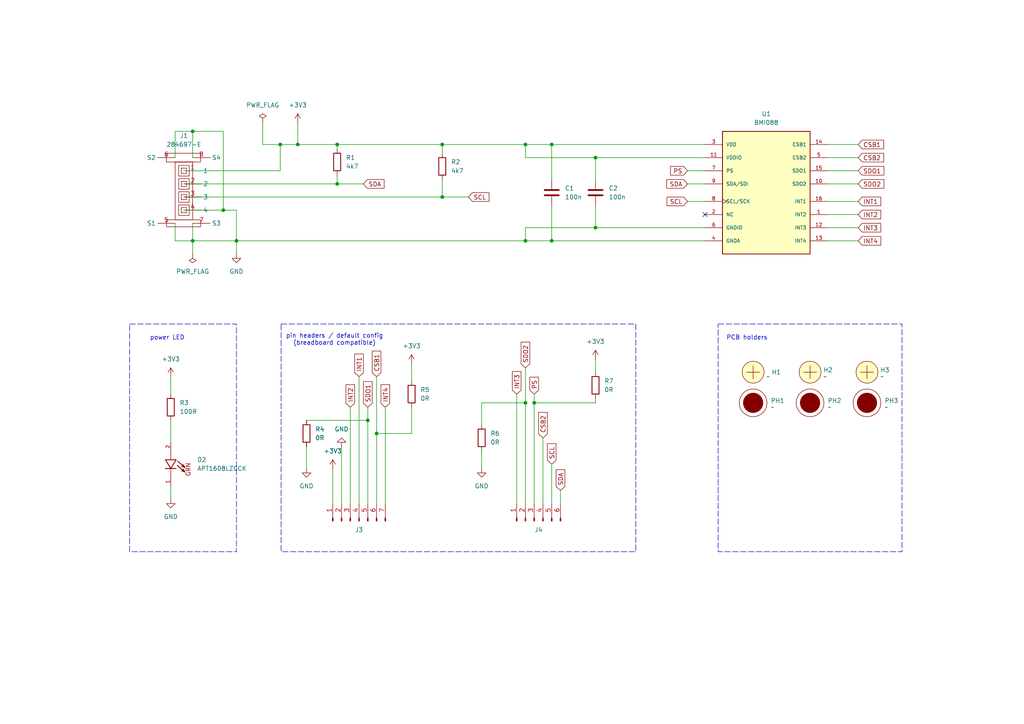
<source format=kicad_sch>
(kicad_sch (version 20250114) (generator "eeschema") (generator_version "9.0")
  (paper "A4")
  (lib_symbols
    (symbol "Connector:Conn_01x06_Pin" (pin_names (offset 1.016) (hide yes))
      (property "Reference" "J" (at 0 7.62 0))
      (property "Value" "Conn_01x06_Pin" (at 0 -10.16 0))
      (symbol "Conn_01x06_Pin_1_1"
        (rectangle (start 0.8636 5.207) (end 0 4.953) (stroke (width 0.1524)) (fill (type outline)))
        (rectangle (start 0.8636 2.667) (end 0 2.413) (stroke (width 0.1524)) (fill (type outline)))
        (rectangle (start 0.8636 0.127) (end 0 -0.127) (stroke (width 0.1524)) (fill (type outline)))
        (rectangle (start 0.8636 -2.413) (end 0 -2.667) (stroke (width 0.1524)) (fill (type outline)))
        (rectangle (start 0.8636 -4.953) (end 0 -5.207) (stroke (width 0.1524)) (fill (type outline)))
        (rectangle (start 0.8636 -7.493) (end 0 -7.747) (stroke (width 0.1524)) (fill (type outline)))
        (polyline (pts (xy 1.27 5.08) (xy 0.8636 5.08)) (stroke (width 0.1524)))
        (polyline (pts (xy 1.27 2.54) (xy 0.8636 2.54)) (stroke (width 0.1524)))
        (polyline (pts (xy 1.27 0) (xy 0.8636 0)) (stroke (width 0.1524)))
        (polyline (pts (xy 1.27 -2.54) (xy 0.8636 -2.54)) (stroke (width 0.1524)))
        (polyline (pts (xy 1.27 -5.08) (xy 0.8636 -5.08)) (stroke (width 0.1524)))
        (polyline (pts (xy 1.27 -7.62) (xy 0.8636 -7.62)) (stroke (width 0.1524)))
        (pin passive line (at 5.08 5.08 180) (length 3.81) (name "Pin_1") (number "1"))
        (pin passive line (at 5.08 2.54 180) (length 3.81) (name "Pin_2") (number "2"))
        (pin passive line (at 5.08 0 180) (length 3.81) (name "Pin_3") (number "3"))
        (pin passive line (at 5.08 -2.54 180) (length 3.81) (name "Pin_4") (number "4"))
        (pin passive line (at 5.08 -5.08 180) (length 3.81) (name "Pin_5") (number "5"))
        (pin passive line (at 5.08 -7.62 180) (length 3.81) (name "Pin_6") (number "6"))
      )
    )
    (symbol "Connector:Conn_01x07_Pin" (pin_names (offset 1.016) (hide yes))
      (property "Reference" "J" (at 0 10.16 0))
      (property "Value" "Conn_01x07_Pin" (at 0 -10.16 0))
      (symbol "Conn_01x07_Pin_1_1"
        (rectangle (start 0.8636 7.747) (end 0 7.493) (stroke (width 0.1524)) (fill (type outline)))
        (rectangle (start 0.8636 5.207) (end 0 4.953) (stroke (width 0.1524)) (fill (type outline)))
        (rectangle (start 0.8636 2.667) (end 0 2.413) (stroke (width 0.1524)) (fill (type outline)))
        (rectangle (start 0.8636 0.127) (end 0 -0.127) (stroke (width 0.1524)) (fill (type outline)))
        (rectangle (start 0.8636 -2.413) (end 0 -2.667) (stroke (width 0.1524)) (fill (type outline)))
        (rectangle (start 0.8636 -4.953) (end 0 -5.207) (stroke (width 0.1524)) (fill (type outline)))
        (rectangle (start 0.8636 -7.493) (end 0 -7.747) (stroke (width 0.1524)) (fill (type outline)))
        (polyline (pts (xy 1.27 7.62) (xy 0.8636 7.62)) (stroke (width 0.1524)))
        (polyline (pts (xy 1.27 5.08) (xy 0.8636 5.08)) (stroke (width 0.1524)))
        (polyline (pts (xy 1.27 2.54) (xy 0.8636 2.54)) (stroke (width 0.1524)))
        (polyline (pts (xy 1.27 0) (xy 0.8636 0)) (stroke (width 0.1524)))
        (polyline (pts (xy 1.27 -2.54) (xy 0.8636 -2.54)) (stroke (width 0.1524)))
        (polyline (pts (xy 1.27 -5.08) (xy 0.8636 -5.08)) (stroke (width 0.1524)))
        (polyline (pts (xy 1.27 -7.62) (xy 0.8636 -7.62)) (stroke (width 0.1524)))
        (pin passive line (at 5.08 7.62 180) (length 3.81) (name "Pin_1") (number "1"))
        (pin passive line (at 5.08 5.08 180) (length 3.81) (name "Pin_2") (number "2"))
        (pin passive line (at 5.08 2.54 180) (length 3.81) (name "Pin_3") (number "3"))
        (pin passive line (at 5.08 0 180) (length 3.81) (name "Pin_4") (number "4"))
        (pin passive line (at 5.08 -2.54 180) (length 3.81) (name "Pin_5") (number "5"))
        (pin passive line (at 5.08 -5.08 180) (length 3.81) (name "Pin_6") (number "6"))
        (pin passive line (at 5.08 -7.62 180) (length 3.81) (name "Pin_7") (number "7"))
      )
    )
    (symbol "Device:C" (pin_numbers (hide yes)) (pin_names (offset 0.254))
      (property "Reference" "C" (at 0.635 2.54 0))
      (property "Value" "C" (at 0.635 -2.54 0))
      (symbol "C_0_1"
        (polyline (pts (xy -2.032 0.762) (xy 2.032 0.762)) (stroke (width 0.508)))
        (polyline (pts (xy -2.032 -0.762) (xy 2.032 -0.762)) (stroke (width 0.508)))
      )
      (symbol "C_1_1"
        (pin passive line (at 0 3.81 270) (length 2.794) (name "~") (number "1"))
        (pin passive line (at 0 -3.81 90) (length 2.794) (name "~") (number "2"))
      )
    )
    (symbol "Device:R" (pin_numbers (hide yes)) (pin_names (offset 0))
      (property "Reference" "R" (at 2.032 0 90))
      (property "Value" "R" (at 0 0 90))
      (symbol "R_0_1"
        (rectangle (start -1.016 -2.54) (end 1.016 2.54) (stroke (width 0.254)))
      )
      (symbol "R_1_1"
        (pin passive line (at 0 3.81 270) (length 1.27) (name "~") (number "1"))
        (pin passive line (at 0 -3.81 90) (length 1.27) (name "~") (number "2"))
      )
    )
    (symbol "Lib:284697-E"
      (property "Reference" "J" (at -4.826 17.018 0))
      (property "Value" "284697-E" (at -4.826 14.478 0))
      (symbol "284697-E_0_1"
        (rectangle (start -5.08 11.43) (end 4.826 8.89))
        (rectangle (start -5.08 -7.874) (end 4.826 -9.906))
        (rectangle (start -2.54 8.89) (end 2.54 -7.874))
        (rectangle (start -1.524 7.874) (end 1.524 4.826))
        (rectangle (start -1.524 4.064) (end 1.524 1.016))
        (rectangle (start -1.524 0.254) (end 1.524 -2.794))
        (rectangle (start -1.524 -3.556) (end 1.524 -6.604))
        (rectangle (start -0.762 7.112) (end 0.762 5.588))
        (rectangle (start -0.762 3.302) (end 0.762 1.778))
        (rectangle (start -0.762 -0.508) (end 0.762 -2.032))
        (rectangle (start -0.762 -4.318) (end 0.762 -5.842))
      )
      (symbol "284697-E_1_1"
        (pin passive line (at -2.54 10.16 180) (length 5.08) (name "S2") (number "6"))
        (pin passive line (at -2.54 -8.89 180) (length 5.08) (name "S1") (number "5"))
        (pin passive line (at 0 6.35 0) (length 5.08) (name "1") (number "1"))
        (pin passive line (at 0 2.54 0) (length 5.08) (name "2") (number "2"))
        (pin passive line (at 0 -1.27 0) (length 5.08) (name "3") (number "3"))
        (pin passive line (at 0 -5.08 0) (length 5.08) (name "4") (number "4"))
        (pin passive line (at 2.54 10.16 0) (length 5.08) (name "S4") (number "8"))
        (pin passive line (at 2.54 -8.89 0) (length 5.08) (name "S3") (number "7"))
      )
    )
    (symbol "Lib:APT1608LZGCK" (pin_names (offset 1.016))
      (property "Reference" "D" (at -3.0988 4.4958 0))
      (property "Value" "APT1608LZGCK" (at -3.556 -3.302 0))
      (symbol "APT1608LZGCK_0_0"
        (polyline (pts (xy -2.54 1.524) (xy -2.54 -1.524)) (stroke (width 0.254)))
        (polyline (pts (xy -2.54 0) (xy -5.08 0)) (stroke (width 0.1524)))
        (polyline (pts (xy -2.54 -1.524) (xy 0 0)) (stroke (width 0.254)))
        (polyline (pts (xy -1.143 3.683) (xy -0.5715 3.175) (xy -0.1905 4.191) (xy -1.143 3.683)) (stroke (width 0.1524)) (fill (type outline)))
        (polyline (pts (xy -0.3556 4.0386) (xy -2.1336 2.0066)) (stroke (width 0.254)))
        (polyline (pts (xy 0 1.524) (xy 0 0)) (stroke (width 0.254)))
        (polyline (pts (xy 0 0) (xy -2.54 1.524)) (stroke (width 0.254)))
        (polyline (pts (xy 0 0) (xy 0 -1.524)) (stroke (width 0.254)))
        (polyline (pts (xy 0.127 3.6195) (xy 0.6985 3.1115) (xy 1.0795 4.191) (xy 0.127 3.6195)) (stroke (width 0.1524)) (fill (type outline)))
        (polyline (pts (xy 0.889 3.937) (xy -0.889 1.905)) (stroke (width 0.254)))
        (polyline (pts (xy 2.54 0) (xy 0 0)) (stroke (width 0.1524)))
        (pin passive line (at -7.62 0 0) (length 2.54) (name "~") (number "2"))
        (pin passive line (at 5.08 0 180) (length 2.54) (name "~") (number "1"))
      )
      (symbol "APT1608LZGCK_1_1"
        (text "GRN" (at 0.254 5.08 0) (effects (font (size 1.27 1.27))))
      )
    )
    (symbol "Lib:BMI088" (pin_names (offset 1.016))
      (property "Reference" "U" (at -0.762 20.828 0))
      (property "Value" "BMI088" (at -3.81 18.288 0))
      (symbol "BMI088_0_0"
        (rectangle (start -12.7 16.51) (end 12.7 -19.05) (stroke (width 0.254)) (fill (type background)))
        (pin power_in line (at -17.78 12.7 0) (length 5.08) (name "VDD") (number "3"))
        (pin power_in line (at -17.78 8.89 0) (length 5.08) (name "VDDIO") (number "11"))
        (pin input line (at -17.78 5.08 0) (length 5.08) (name "PS") (number "7"))
        (pin bidirectional line (at -17.78 1.27 0) (length 5.08) (name "SDA/SDI") (number "9"))
        (pin input clock (at -17.78 -3.81 0) (length 5.08) (name "SCL/SCK") (number "8"))
        (pin passive line (at -17.78 -7.62 0) (length 5.08) (name "NC") (number "2"))
        (pin power_in line (at -17.78 -11.43 0) (length 5.08) (name "GNDIO") (number "6"))
        (pin power_in line (at -17.78 -15.24 0) (length 5.08) (name "GNDA") (number "4"))
        (pin input line (at 17.78 12.7 180) (length 5.08) (name "CSB1") (number "14"))
        (pin input line (at 17.78 8.89 180) (length 5.08) (name "CSB2") (number "5"))
        (pin output line (at 17.78 5.08 180) (length 5.08) (name "SDO1") (number "15"))
        (pin output line (at 17.78 1.27 180) (length 5.08) (name "SDO2") (number "10"))
        (pin bidirectional line (at 17.78 -3.81 180) (length 5.08) (name "INT1") (number "16"))
        (pin bidirectional line (at 17.78 -7.62 180) (length 5.08) (name "INT2") (number "1"))
        (pin bidirectional line (at 17.78 -11.43 180) (length 5.08) (name "INT3") (number "12"))
        (pin bidirectional line (at 17.78 -15.24 180) (length 5.08) (name "INT4") (number "13"))
      )
    )
    (symbol "Lib:Screw"
      (property "Reference" "H" (at 4.318 0 0))
      (symbol "Screw_0_1"
        (polyline (pts (xy -1.905 0) (xy 1.905 0)))
        (polyline (pts (xy 0 1.905) (xy 0 -1.905)))
        (circle (center 0 0) (radius 3.175) (fill (type background)))
      )
    )
    (symbol "Lib:Via_Screw"
      (property "Reference" "PH" (at 0 5.08 0))
      (symbol "Via_Screw_0_1"
        (circle (center 0 0) (radius 2.8398) (fill (type outline)))
        (circle (center 0 0) (radius 4.0161))
      )
    )
    (symbol "power:+3V3" (power) (pin_numbers (hide yes)) (pin_names (offset 0) (hide yes))
      (property "Value" "+3V3" (at 0 3.556 0))
      (symbol "+3V3_0_1"
        (polyline (pts (xy -0.762 1.27) (xy 0 2.54)))
        (polyline (pts (xy 0 2.54) (xy 0.762 1.27)))
        (polyline (pts (xy 0 0) (xy 0 2.54)))
      )
      (symbol "+3V3_1_1"
        (pin power_in line (at 0 0 90) (length 0) (name "~") (number "1"))
      )
    )
    (symbol "power:GND" (power) (pin_numbers (hide yes)) (pin_names (offset 0) (hide yes))
      (property "Value" "GND" (at 0 -3.81 0))
      (symbol "GND_0_1"
        (polyline (pts (xy 0 0) (xy 0 -1.27) (xy 1.27 -1.27) (xy 0 -2.54) (xy -1.27 -1.27) (xy 0 -1.27)))
      )
      (symbol "GND_1_1"
        (pin power_in line (at 0 0 270) (length 0) (name "~") (number "1"))
      )
    )
    (symbol "power:PWR_FLAG" (power) (pin_numbers (hide yes)) (pin_names (offset 0) (hide yes))
      (property "Value" "PWR_FLAG" (at 0 3.81 0))
      (symbol "PWR_FLAG_0_0"
        (pin power_out line (at 0 0 90) (length 0) (name "~") (number "1"))
      )
      (symbol "PWR_FLAG_0_1"
        (polyline (pts (xy 0 0) (xy 0 1.27) (xy -1.016 1.905) (xy 0 2.54) (xy 1.016 1.905) (xy 0 1.27)))
      )
    )
  )
  (rectangle (start 37.592 93.98) (end 68.58 160.02) (stroke (width 0) (type dash)))
  (rectangle (start 81.534 93.98) (end 184.404 160.02) (stroke (width 0) (type dash)))
  (rectangle (start 208.28 93.98) (end 261.62 160.02) (stroke (width 0) (type dash)))
  (text "PCB holders" (at 216.662 98.044 0) (effects (font (size 1.27 1.27))))
  (text "pin headers / default config\n(breadboard compatible)" (at 97.028 98.552 0) (effects (font (size 1.27 1.27))))
  (text "power LED\n" (at 48.514 98.044 0) (effects (font (size 1.27 1.27))))
  (junction (at 81.28 41.91))
  (junction (at 86.36 41.91))
  (junction (at 55.88 38.1))
  (junction (at 64.77 60.96))
  (junction (at 106.68 121.92))
  (junction (at 97.79 53.34))
  (junction (at 172.72 45.72))
  (junction (at 172.72 66.04))
  (junction (at 152.4 69.85))
  (junction (at 109.22 125.73))
  (junction (at 68.58 69.85))
  (junction (at 160.02 41.91))
  (junction (at 160.02 69.85))
  (junction (at 128.27 57.15))
  (junction (at 152.4 41.91))
  (junction (at 55.88 69.85))
  (junction (at 154.94 116.84))
  (junction (at 152.4 116.84))
  (junction (at 128.27 41.91))
  (junction (at 97.79 41.91))
  (no_connect (at 204.47 62.23))
  (wire (pts (xy 149.86 114.3) (xy 149.86 146.05)))
  (wire (pts (xy 64.77 38.1) (xy 64.77 60.96)))
  (wire (pts (xy 128.27 57.15) (xy 128.27 52.07)))
  (wire (pts (xy 240.03 58.42) (xy 248.92 58.42)))
  (wire (pts (xy 109.22 125.73) (xy 109.22 146.05)))
  (wire (pts (xy 152.4 45.72) (xy 172.72 45.72)))
  (wire (pts (xy 81.28 41.91) (xy 81.28 49.53)))
  (wire (pts (xy 240.03 49.53) (xy 248.92 49.53)))
  (wire (pts (xy 53.34 49.53) (xy 81.28 49.53)))
  (wire (pts (xy 152.4 69.85) (xy 152.4 66.04)))
  (wire (pts (xy 119.38 105.41) (xy 119.38 110.49)))
  (wire (pts (xy 101.6 118.11) (xy 101.6 146.05)))
  (wire (pts (xy 55.88 38.1) (xy 64.77 38.1)))
  (wire (pts (xy 106.68 121.92) (xy 106.68 146.05)))
  (wire (pts (xy 162.56 142.24) (xy 162.56 146.05)))
  (wire (pts (xy 128.27 44.45) (xy 128.27 41.91)))
  (wire (pts (xy 50.8 38.1) (xy 50.8 45.72)))
  (wire (pts (xy 160.02 59.69) (xy 160.02 69.85)))
  (wire (pts (xy 99.06 129.54) (xy 99.06 146.05)))
  (wire (pts (xy 119.38 118.11) (xy 119.38 125.73)))
  (wire (pts (xy 240.03 53.34) (xy 248.92 53.34)))
  (wire (pts (xy 106.68 118.11) (xy 106.68 121.92)))
  (wire (pts (xy 152.4 116.84) (xy 152.4 146.05)))
  (wire (pts (xy 154.94 114.3) (xy 154.94 116.84)))
  (wire (pts (xy 172.72 45.72) (xy 172.72 52.07)))
  (wire (pts (xy 199.39 53.34) (xy 204.47 53.34)))
  (wire (pts (xy 97.79 53.34) (xy 105.41 53.34)))
  (wire (pts (xy 53.34 60.96) (xy 64.77 60.96)))
  (wire (pts (xy 160.02 69.85) (xy 204.47 69.85)))
  (wire (pts (xy 172.72 104.14) (xy 172.72 107.95)))
  (wire (pts (xy 152.4 66.04) (xy 172.72 66.04)))
  (wire (pts (xy 139.7 130.81) (xy 139.7 135.89)))
  (wire (pts (xy 240.03 62.23) (xy 248.92 62.23)))
  (wire (pts (xy 81.28 41.91) (xy 86.36 41.91)))
  (wire (pts (xy 204.47 45.72) (xy 172.72 45.72)))
  (wire (pts (xy 76.2 35.56) (xy 76.2 41.91)))
  (wire (pts (xy 240.03 45.72) (xy 248.92 45.72)))
  (wire (pts (xy 160.02 134.62) (xy 160.02 146.05)))
  (wire (pts (xy 199.39 58.42) (xy 204.47 58.42)))
  (wire (pts (xy 128.27 57.15) (xy 135.89 57.15)))
  (wire (pts (xy 88.9 121.92) (xy 106.68 121.92)))
  (wire (pts (xy 104.14 109.22) (xy 104.14 146.05)))
  (wire (pts (xy 68.58 69.85) (xy 68.58 73.66)))
  (wire (pts (xy 49.53 109.22) (xy 49.53 114.3)))
  (wire (pts (xy 172.72 59.69) (xy 172.72 66.04)))
  (wire (pts (xy 53.34 53.34) (xy 97.79 53.34)))
  (wire (pts (xy 50.8 38.1) (xy 55.88 38.1)))
  (wire (pts (xy 160.02 41.91) (xy 204.47 41.91)))
  (wire (pts (xy 53.34 57.15) (xy 128.27 57.15)))
  (wire (pts (xy 86.36 35.56) (xy 86.36 41.91)))
  (wire (pts (xy 64.77 60.96) (xy 68.58 60.96)))
  (wire (pts (xy 97.79 50.8) (xy 97.79 53.34)))
  (wire (pts (xy 50.8 69.85) (xy 55.88 69.85)))
  (wire (pts (xy 199.39 49.53) (xy 204.47 49.53)))
  (wire (pts (xy 76.2 41.91) (xy 81.28 41.91)))
  (wire (pts (xy 157.48 127) (xy 157.48 146.05)))
  (wire (pts (xy 240.03 66.04) (xy 248.92 66.04)))
  (wire (pts (xy 50.8 64.77) (xy 50.8 69.85)))
  (wire (pts (xy 152.4 45.72) (xy 152.4 41.91)))
  (wire (pts (xy 152.4 41.91) (xy 160.02 41.91)))
  (wire (pts (xy 49.53 140.97) (xy 49.53 144.78)))
  (wire (pts (xy 240.03 41.91) (xy 248.92 41.91)))
  (wire (pts (xy 97.79 41.91) (xy 128.27 41.91)))
  (wire (pts (xy 109.22 125.73) (xy 119.38 125.73)))
  (wire (pts (xy 152.4 106.68) (xy 152.4 116.84)))
  (wire (pts (xy 172.72 115.57) (xy 172.72 116.84)))
  (wire (pts (xy 49.53 121.92) (xy 49.53 128.27)))
  (wire (pts (xy 55.88 64.77) (xy 55.88 69.85)))
  (wire (pts (xy 55.88 69.85) (xy 68.58 69.85)))
  (wire (pts (xy 139.7 116.84) (xy 152.4 116.84)))
  (wire (pts (xy 55.88 38.1) (xy 55.88 45.72)))
  (wire (pts (xy 240.03 69.85) (xy 248.92 69.85)))
  (wire (pts (xy 128.27 41.91) (xy 152.4 41.91)))
  (wire (pts (xy 86.36 41.91) (xy 97.79 41.91)))
  (wire (pts (xy 109.22 109.22) (xy 109.22 125.73)))
  (wire (pts (xy 68.58 69.85) (xy 152.4 69.85)))
  (wire (pts (xy 88.9 129.54) (xy 88.9 135.89)))
  (wire (pts (xy 160.02 41.91) (xy 160.02 52.07)))
  (wire (pts (xy 55.88 69.85) (xy 55.88 73.66)))
  (wire (pts (xy 172.72 66.04) (xy 204.47 66.04)))
  (wire (pts (xy 68.58 60.96) (xy 68.58 69.85)))
  (wire (pts (xy 97.79 43.18) (xy 97.79 41.91)))
  (wire (pts (xy 111.76 118.11) (xy 111.76 146.05)))
  (wire (pts (xy 154.94 116.84) (xy 154.94 146.05)))
  (wire (pts (xy 154.94 116.84) (xy 172.72 116.84)))
  (wire (pts (xy 152.4 69.85) (xy 160.02 69.85)))
  (wire (pts (xy 96.52 135.89) (xy 96.52 146.05)))
  (wire (pts (xy 139.7 123.19) (xy 139.7 116.84)))
  (global_label "INT1" (shape input) (at 104.14 109.22 90) (property "Intersheetrefs" "${INTERSHEET_REFS}" (effects (hide yes))))
  (global_label "SDA" (shape input) (at 105.41 53.34 0) (property "Intersheetrefs" "${INTERSHEET_REFS}" (effects (hide yes))))
  (global_label "SDO2" (shape input) (at 152.4 106.68 90) (property "Intersheetrefs" "${INTERSHEET_REFS}" (effects (hide yes))))
  (global_label "INT2" (shape input) (at 248.92 62.23 0) (property "Intersheetrefs" "${INTERSHEET_REFS}" (effects (hide yes))))
  (global_label "SDO2" (shape input) (at 248.92 53.34 0) (property "Intersheetrefs" "${INTERSHEET_REFS}" (effects (hide yes))))
  (global_label "PS" (shape input) (at 154.94 114.3 90) (property "Intersheetrefs" "${INTERSHEET_REFS}" (effects (hide yes))))
  (global_label "PS" (shape input) (at 199.39 49.53 180) (property "Intersheetrefs" "${INTERSHEET_REFS}" (effects (hide yes))))
  (global_label "CSB1" (shape input) (at 109.22 109.22 90) (property "Intersheetrefs" "${INTERSHEET_REFS}" (effects (hide yes))))
  (global_label "SDO1" (shape input) (at 248.92 49.53 0) (property "Intersheetrefs" "${INTERSHEET_REFS}" (effects (hide yes))))
  (global_label "SDA" (shape input) (at 199.39 53.34 180) (property "Intersheetrefs" "${INTERSHEET_REFS}" (effects (hide yes))))
  (global_label "SCL" (shape input) (at 199.39 58.42 180) (property "Intersheetrefs" "${INTERSHEET_REFS}" (effects (hide yes))))
  (global_label "INT4" (shape input) (at 111.76 118.11 90) (property "Intersheetrefs" "${INTERSHEET_REFS}" (effects (hide yes))))
  (global_label "INT3" (shape input) (at 149.86 114.3 90) (property "Intersheetrefs" "${INTERSHEET_REFS}" (effects (hide yes))))
  (global_label "INT2" (shape input) (at 101.6 118.11 90) (property "Intersheetrefs" "${INTERSHEET_REFS}" (effects (hide yes))))
  (global_label "CSB2" (shape input) (at 157.48 127 90) (property "Intersheetrefs" "${INTERSHEET_REFS}" (effects (hide yes))))
  (global_label "INT3" (shape input) (at 248.92 66.04 0) (property "Intersheetrefs" "${INTERSHEET_REFS}" (effects (hide yes))))
  (global_label "SDA" (shape input) (at 162.56 142.24 90) (property "Intersheetrefs" "${INTERSHEET_REFS}" (effects (hide yes))))
  (global_label "SDO1" (shape input) (at 106.68 118.11 90) (property "Intersheetrefs" "${INTERSHEET_REFS}" (effects (hide yes))))
  (global_label "SCL" (shape input) (at 160.02 134.62 90) (property "Intersheetrefs" "${INTERSHEET_REFS}" (effects (hide yes))))
  (global_label "CSB1" (shape input) (at 248.92 41.91 0) (property "Intersheetrefs" "${INTERSHEET_REFS}" (effects (hide yes))))
  (global_label "SCL" (shape input) (at 135.89 57.15 0) (property "Intersheetrefs" "${INTERSHEET_REFS}" (effects (hide yes))))
  (global_label "INT4" (shape input) (at 248.92 69.85 0) (property "Intersheetrefs" "${INTERSHEET_REFS}" (effects (hide yes))))
  (global_label "CSB2" (shape input) (at 248.92 45.72 0) (property "Intersheetrefs" "${INTERSHEET_REFS}" (effects (hide yes))))
  (global_label "INT1" (shape input) (at 248.92 58.42 0) (property "Intersheetrefs" "${INTERSHEET_REFS}" (effects (hide yes))))
  (symbol (lib_id "Lib:Screw") (at 234.95 107.95 0) (unit 1)
    (property "Reference" "H2" (at 238.76 107.3149 0) (effects (justify left)))
    (property "Value" "~" (at 238.76 109.22 0) (effects (justify left)))
  )
  (symbol (lib_id "power:GND") (at 99.06 129.54 180) (unit 1)
    (property "Reference" "#PWR06" (effects (hide yes)))
    (property "Value" "GND" (at 99.06 124.46 0))
    (property "Description" "Power symbol creates a global label with name \"GND\" , ground" (effects (hide yes)))
  )
  (symbol (lib_id "power:GND") (at 49.53 144.78 0) (unit 1)
    (property "Reference" "#PWR010" (effects (hide yes)))
    (property "Value" "GND" (at 49.53 149.86 0))
    (property "Description" "Power symbol creates a global label with name \"GND\" , ground" (effects (hide yes)))
  )
  (symbol (lib_id "power:+3V3") (at 96.52 135.89 0) (unit 1)
    (property "Reference" "#PWR08" (effects (hide yes)))
    (property "Value" "+3V3" (at 96.52 130.81 0))
    (property "Description" "Power symbol creates a global label with name \"+3V3\"" (effects (hide yes)))
  )
  (symbol (lib_id "Connector:Conn_01x06_Pin") (at 154.94 151.13 90) (unit 1)
    (property "Reference" "J4" (at 156.21 153.67 90))
    (property "Value" "Conn_01x06_Pin" (effects (hide yes)))
    (property "Footprint" "Connector_PinHeader_2.00mm:PinHeader_1x06_P2.00mm_Vertical" (effects (hide yes)))
    (property "Description" "Generic connector, single row, 01x06, script generated" (effects (hide yes)))
  )
  (symbol (lib_id "Device:R") (at 88.9 125.73 0) (unit 1)
    (property "Reference" "R4" (at 91.44 124.4599 0) (effects (justify left)))
    (property "Value" "0R" (at 91.44 126.9999 0) (effects (justify left)))
    (property "Footprint" "Resistor_SMD:R_0402_1005Metric" (effects (hide yes)))
    (property "Description" "Resistor" (effects (hide yes)))
  )
  (symbol (lib_id "power:+3V3") (at 86.36 35.56 0) (unit 1)
    (property "Reference" "#PWR01" (effects (hide yes)))
    (property "Value" "+3V3" (at 86.36 30.48 0))
    (property "Description" "Power symbol creates a global label with name \"+3V3\"" (effects (hide yes)))
  )
  (symbol (lib_id "power:GND") (at 68.58 73.66 0) (unit 1)
    (property "Reference" "#PWR02" (effects (hide yes)))
    (property "Value" "GND" (at 68.58 78.74 0))
    (property "Description" "Power symbol creates a global label with name \"GND\" , ground" (effects (hide yes)))
  )
  (symbol (lib_id "Device:R") (at 139.7 127 0) (unit 1)
    (property "Reference" "R6" (at 142.24 125.7299 0) (effects (justify left)))
    (property "Value" "0R" (at 142.24 128.2699 0) (effects (justify left)))
    (property "Footprint" "Resistor_SMD:R_0402_1005Metric" (effects (hide yes)))
    (property "Description" "Resistor" (effects (hide yes)))
  )
  (symbol (lib_id "power:GND") (at 139.7 135.89 0) (unit 1)
    (property "Reference" "#PWR09" (effects (hide yes)))
    (property "Value" "GND" (at 139.7 140.97 0))
    (property "Description" "Power symbol creates a global label with name \"GND\" , ground" (effects (hide yes)))
  )
  (symbol (lib_id "Lib:Via_Screw") (at 234.95 116.84 0) (unit 1)
    (property "Reference" "PH2" (at 240.03 116.2049 0) (effects (justify left)))
    (property "Value" "~" (at 240.03 118.11 0) (effects (justify left)))
  )
  (symbol (lib_id "Lib:284697-E") (at 53.34 55.88 0) (unit 1)
    (property "Reference" "J1" (at 53.34 39.37 0))
    (property "Value" "284697-E" (at 53.34 41.91 0))
    (property "Footprint" "Lib_footprint:284697E" (effects (hide yes)))
    (property "Datasheet" "https://www.te.com/commerce/DocumentDelivery/DDEController?Action=showdoc&DocId=Customer+Drawing%7F284697-E%7FF%7Fpdf%7FEnglish%7FENG_CD_284697-E_F.pdf%7F284697-E" (effects (hide yes)))
    (property "Description" "PCB Mount Header, Vertical, Cable-to-Board, 4 Position, 1.27 mm [.05 in] Centerline, Fully Shrouded, Gold (Au), Surface Mount, ERNI MiniBridge" (effects (hide yes)))
    (property "Height" "6.1" (effects (hide yes)))
    (property "Mouser Part Number" "305-284697" (effects (hide yes)))
    (property "Mouser Price/Stock" "https://www.mouser.co.uk/ProductDetail/TE-Connectivity-ERNI/284697-E?qs=t7xnP681wgXF7Zyqlk%252B7cQ%3D%3D" (effects (hide yes)))
    (property "Manufacturer_Name" "TE Connectivity" (effects (hide yes)))
    (property "Manufacturer_Part_Number" "284697-E" (effects (hide yes)))
  )
  (symbol (lib_id "Connector:Conn_01x07_Pin") (at 104.14 151.13 90) (unit 1)
    (property "Reference" "J3" (at 104.14 153.67 90))
    (property "Value" "Conn_01x07_Pin" (effects (hide yes)))
    (property "Footprint" "Connector_PinHeader_2.00mm:PinHeader_1x07_P2.00mm_Vertical" (effects (hide yes)))
    (property "Description" "Generic connector, single row, 01x07, script generated" (effects (hide yes)))
  )
  (symbol (lib_id "Lib:Via_Screw") (at 218.44 116.84 0) (unit 1)
    (property "Reference" "PH1" (at 223.52 116.2049 0) (effects (justify left)))
    (property "Value" "~" (at 223.52 118.11 0) (effects (justify left)))
  )
  (symbol (lib_id "Device:R") (at 97.79 46.99 0) (unit 1)
    (property "Reference" "R1" (at 100.33 45.7199 0) (effects (justify left)))
    (property "Value" "4k7" (at 100.33 48.2599 0) (effects (justify left)))
    (property "Footprint" "Resistor_SMD:R_0402_1005Metric" (effects (hide yes)))
    (property "Description" "Resistor" (effects (hide yes)))
  )
  (symbol (lib_id "Lib:BMI088") (at 222.25 54.61 0) (unit 1)
    (property "Reference" "U1" (at 222.25 33.02 0))
    (property "Value" "BMI088" (at 222.25 35.56 0))
    (property "Footprint" "Lib_footprint:PQFN50P450X300X100-16N" (effects (hide yes)))
    (property "Description" "Accelerometer, Gyroscope, 6 Axis Sensor I²C, SPI Output" (effects (hide yes)))
    (property "MF" "Bosch Sensortec" (effects (hide yes)))
    (property "PURCHASE-URL" "https://pricing.snapeda.com/search/part/BMI088/?ref=eda" (effects (hide yes)))
    (property "PACKAGE" "VFLGA-16 Bosch Sensortec" (effects (hide yes)))
    (property "PRICE" "None" (effects (hide yes)))
    (property "Package" "VFLGA-16 Bosch Sensortec" (effects (hide yes)))
    (property "Check_prices" "https://www.snapeda.com/parts/BMI088/Bosch/view-part/?ref=eda" (effects (hide yes)))
    (property "Price" "None" (effects (hide yes)))
    (property "SnapEDA_Link" "https://www.snapeda.com/parts/BMI088/Bosch/view-part/?ref=snap" (effects (hide yes)))
    (property "MP" "BMI088" (effects (hide yes)))
    (property "Description_1" "Accelerometer, Gyroscope, 6 Axis Sensor I2C, SPI Output" (effects (hide yes)))
    (property "Availability" "In Stock" (effects (hide yes)))
    (property "AVAILABILITY" "In Stock" (effects (hide yes)))
  )
  (symbol (lib_id "Lib:Via_Screw") (at 251.46 116.84 0) (unit 1)
    (property "Reference" "PH3" (at 256.54 116.2049 0) (effects (justify left)))
    (property "Value" "~" (at 256.54 118.11 0) (effects (justify left)))
  )
  (symbol (lib_id "power:GND") (at 88.9 135.89 0) (unit 1)
    (property "Reference" "#PWR07" (effects (hide yes)))
    (property "Value" "GND" (at 88.9 140.97 0))
    (property "Description" "Power symbol creates a global label with name \"GND\" , ground" (effects (hide yes)))
  )
  (symbol (lib_id "Lib:Screw") (at 251.46 107.95 0) (unit 1)
    (property "Reference" "H3" (at 255.27 107.3149 0) (effects (justify left)))
    (property "Value" "~" (at 255.27 109.22 0) (effects (justify left)))
  )
  (symbol (lib_id "Device:R") (at 172.72 111.76 0) (unit 1)
    (property "Reference" "R7" (at 175.26 110.4899 0) (effects (justify left)))
    (property "Value" "0R" (at 175.26 113.0299 0) (effects (justify left)))
    (property "Footprint" "Resistor_SMD:R_0402_1005Metric" (effects (hide yes)))
    (property "Description" "Resistor" (effects (hide yes)))
  )
  (symbol (lib_id "power:PWR_FLAG") (at 55.88 73.66 180) (unit 1)
    (property "Reference" "#FLG02" (effects (hide yes)))
    (property "Value" "PWR_FLAG" (at 55.88 78.74 0))
    (property "Description" "Special symbol for telling ERC where power comes from" (effects (hide yes)))
  )
  (symbol (lib_id "power:PWR_FLAG") (at 76.2 35.56 0) (unit 1)
    (property "Reference" "#FLG01" (effects (hide yes)))
    (property "Value" "PWR_FLAG" (at 76.2 30.48 0))
    (property "Description" "Special symbol for telling ERC where power comes from" (effects (hide yes)))
  )
  (symbol (lib_id "Lib:Screw") (at 218.44 107.95 0) (unit 1)
    (property "Reference" "H1" (at 223.774 107.95 0) (effects (justify left)))
    (property "Value" "~" (at 222.25 109.22 0) (effects (justify left)))
  )
  (symbol (lib_id "Device:R") (at 49.53 118.11 0) (unit 1)
    (property "Reference" "R3" (at 52.07 116.8399 0) (effects (justify left)))
    (property "Value" "100R" (at 52.07 119.3799 0) (effects (justify left)))
    (property "Footprint" "Resistor_SMD:R_0402_1005Metric" (effects (hide yes)))
    (property "Description" "Resistor" (effects (hide yes)))
  )
  (symbol (lib_id "Lib:APT1608LZGCK") (at 49.53 135.89 270) (unit 1)
    (property "Reference" "D2" (at 57.15 133.3499 90) (effects (justify left)))
    (property "Value" "APT1608LZGCK" (at 57.15 135.8899 90) (effects (justify left)))
    (property "Footprint" "Lib_footprint:LED_APT1608LZGCK" (effects (hide yes)))
    (property "PARTREV" "V.20B" (effects (hide yes)))
    (property "STANDARD" "Manufacturer Recommendations" (effects (hide yes)))
    (property "MAXIMUM_PACKAGE_HEIGHT" "0.75mm" (effects (hide yes)))
    (property "MANUFACTURER" "Kingbright" (effects (hide yes)))
  )
  (symbol (lib_id "Device:R") (at 128.27 48.26 0) (unit 1)
    (property "Reference" "R2" (at 130.81 46.9899 0) (effects (justify left)))
    (property "Value" "4k7" (at 130.81 49.5299 0) (effects (justify left)))
    (property "Footprint" "Resistor_SMD:R_0402_1005Metric" (effects (hide yes)))
    (property "Description" "Resistor" (effects (hide yes)))
  )
  (symbol (lib_id "Device:C") (at 172.72 55.88 0) (unit 1)
    (property "Reference" "C2" (at 176.53 54.6099 0) (effects (justify left)))
    (property "Value" "100n" (at 176.53 57.1499 0) (effects (justify left)))
    (property "Footprint" "Capacitor_SMD:C_0402_1005Metric_Pad0.74x0.62mm_HandSolder" (effects (hide yes)))
    (property "Description" "Unpolarized capacitor" (effects (hide yes)))
  )
  (symbol (lib_id "power:+3V3") (at 49.53 109.22 0) (unit 1)
    (property "Reference" "#PWR05" (effects (hide yes)))
    (property "Value" "+3V3" (at 49.53 104.14 0))
    (property "Description" "Power symbol creates a global label with name \"+3V3\"" (effects (hide yes)))
  )
  (symbol (lib_id "power:+3V3") (at 172.72 104.14 0) (unit 1)
    (property "Reference" "#PWR03" (effects (hide yes)))
    (property "Value" "+3V3" (at 172.72 99.06 0))
    (property "Description" "Power symbol creates a global label with name \"+3V3\"" (effects (hide yes)))
  )
  (symbol (lib_id "Device:C") (at 160.02 55.88 0) (unit 1)
    (property "Reference" "C1" (at 163.83 54.6099 0) (effects (justify left)))
    (property "Value" "100n" (at 163.83 57.1499 0) (effects (justify left)))
    (property "Footprint" "Capacitor_SMD:C_0402_1005Metric_Pad0.74x0.62mm_HandSolder" (effects (hide yes)))
    (property "Description" "Unpolarized capacitor" (effects (hide yes)))
  )
  (symbol (lib_id "Device:R") (at 119.38 114.3 0) (unit 1)
    (property "Reference" "R5" (at 121.92 113.0299 0) (effects (justify left)))
    (property "Value" "0R" (at 121.92 115.5699 0) (effects (justify left)))
    (property "Footprint" "Resistor_SMD:R_0402_1005Metric" (effects (hide yes)))
    (property "Description" "Resistor" (effects (hide yes)))
  )
  (symbol (lib_id "power:+3V3") (at 119.38 105.41 0) (unit 1)
    (property "Reference" "#PWR04" (effects (hide yes)))
    (property "Value" "+3V3" (at 119.38 100.33 0))
    (property "Description" "Power symbol creates a global label with name \"+3V3\"" (effects (hide yes)))
  )
)
</source>
